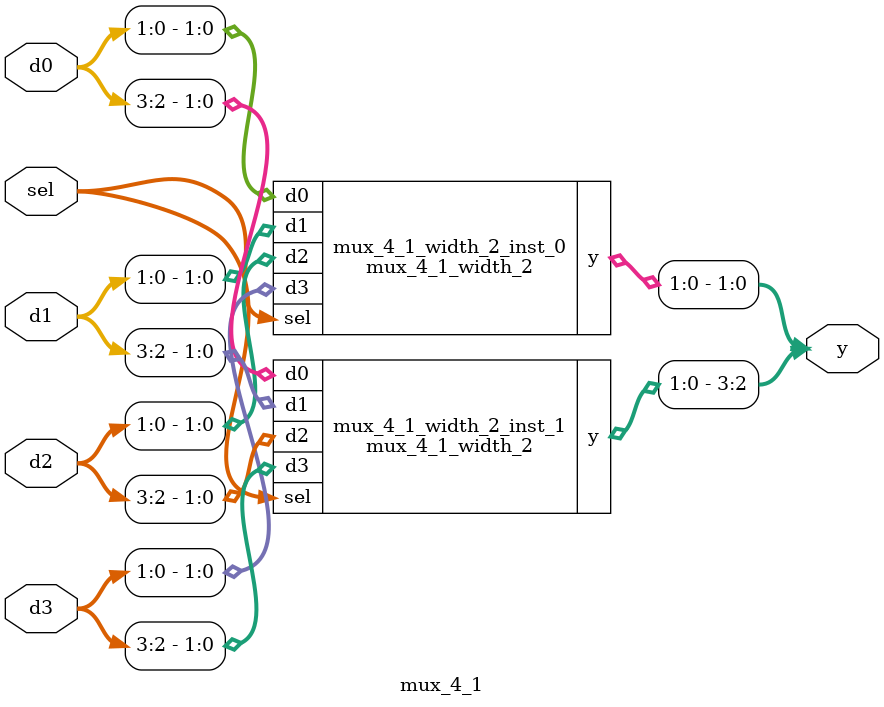
<source format=sv>

module mux_4_1_width_2
(
  input  [1:0] d0, d1, d2, d3,
  input  [1:0] sel,
  output [1:0] y
);

  assign y = sel [1] ? (sel [0] ? d3 : d2)
                     : (sel [0] ? d1 : d0);

endmodule

//----------------------------------------------------------------------------
// Task
//----------------------------------------------------------------------------

module mux_4_1
(
  input  [3:0] d0, d1, d2, d3,
  input  [1:0] sel,
  output [3:0] y
);

  mux_4_1_width_2 mux_4_1_width_2_inst_0
  (
    .d0(d0[1:0]),
    .d1(d1[1:0]),
    .d2(d2[1:0]),
    .d3(d3[1:0]),
    .sel(sel),
    .y(y[1:0])
  );

  mux_4_1_width_2 mux_4_1_width_2_inst_1
  (
    .d0(d0[3:2]),
    .d1(d1[3:2]),
    .d2(d2[3:2]),
    .d3(d3[3:2]),
    .sel(sel),
    .y(y[3:2])
  );

  // Task:
  // Implement mux_4_1 with 4-bit data
  // using two instances of mux_4_1_width_2 with 2-bit data

endmodule

</source>
